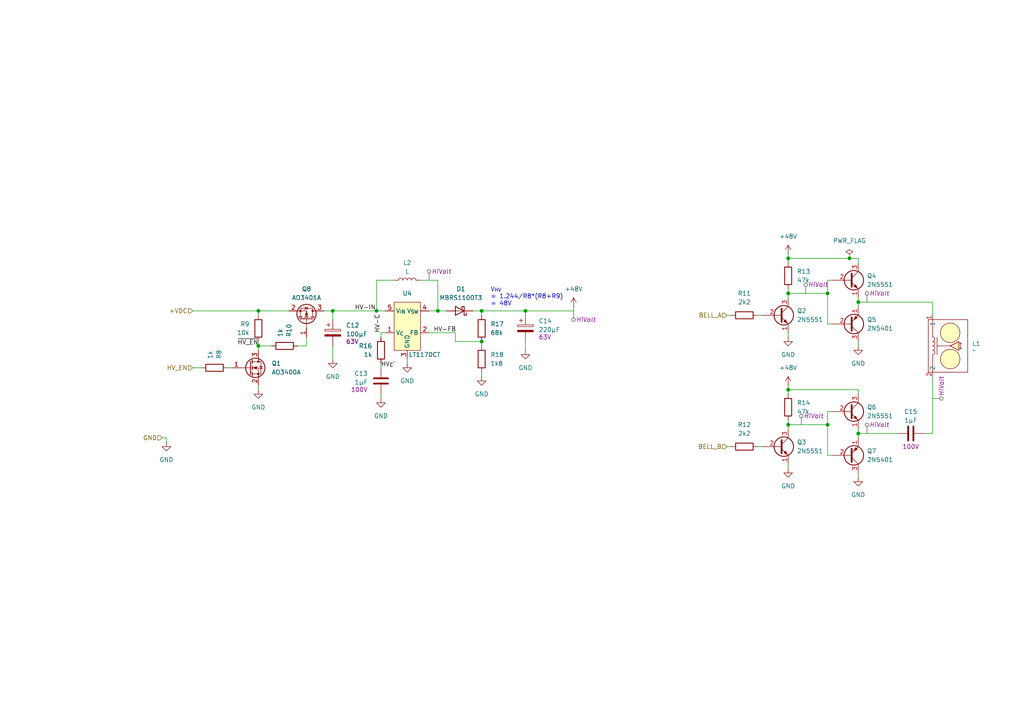
<source format=kicad_sch>
(kicad_sch (version 20231120) (generator "eeschema") (generator_version "8.0")
  (paper "A4")
  (title_block (title "${title}") (date "01.11.2024") (rev "${revision}") (company "author: ${author}"))
  (lib_symbols
    (symbol "Device:C" (pin_numbers hide) (pin_names (offset 0.254))
      (property "Reference" "C" (at 0.635 2.54 0))
      (property "Value" "C" (at 0.635 -2.54 0))
      (symbol "C_0_1"
        (polyline (pts (xy -2.032 -0.762) (xy 2.032 -0.762)) (stroke (width 0.508)))
        (polyline (pts (xy -2.032 0.762) (xy 2.032 0.762)) (stroke (width 0.508)))
      )
      (symbol "C_1_1"
        (pin passive line (at 0 3.81 270) (length 2.794) (name "~") (number "1"))
        (pin passive line (at 0 -3.81 90) (length 2.794) (name "~") (number "2"))
      )
    )
    (symbol "Device:C_Polarized" (pin_numbers hide) (pin_names (offset 0.254))
      (property "Reference" "C" (at 0.635 2.54 0))
      (property "Value" "C_Polarized" (at 0.635 -2.54 0))
      (symbol "C_Polarized_0_1"
        (rectangle (start -2.286 0.508) (end 2.286 1.016))
        (polyline (pts (xy -1.778 2.286) (xy -0.762 2.286)))
        (polyline (pts (xy -1.27 2.794) (xy -1.27 1.778)))
        (rectangle (start 2.286 -0.508) (end -2.286 -1.016) (fill (type outline)))
      )
      (symbol "C_Polarized_1_1"
        (pin passive line (at 0 3.81 270) (length 2.794) (name "~") (number "1"))
        (pin passive line (at 0 -3.81 90) (length 2.794) (name "~") (number "2"))
      )
    )
    (symbol "Device:D_Schottky" (pin_numbers hide) (pin_names (offset 1.016) hide)
      (property "Reference" "D" (at 0 2.54 0))
      (property "Value" "D_Schottky" (at 0 -2.54 0))
      (symbol "D_Schottky_0_1"
        (polyline (pts (xy 1.27 0) (xy -1.27 0)))
        (polyline (pts (xy 1.27 1.27) (xy 1.27 -1.27) (xy -1.27 0) (xy 1.27 1.27)) (stroke (width 0.254)))
        (polyline (pts (xy -1.905 0.635) (xy -1.905 1.27) (xy -1.27 1.27) (xy -1.27 -1.27) (xy -0.635 -1.27) (xy -0.635 -0.635)) (stroke (width 0.254)))
      )
      (symbol "D_Schottky_1_1"
        (pin passive line (at -3.81 0 0) (length 2.54) (name "K") (number "1"))
        (pin passive line (at 3.81 0 180) (length 2.54) (name "A") (number "2"))
      )
    )
    (symbol "Device:L" (pin_numbers hide) (pin_names (offset 1.016) hide)
      (property "Reference" "L" (at -1.27 0 90))
      (property "Value" "L" (at 1.905 0 90))
      (symbol "L_0_1"
        (arc (start 0 -2.54) (mid 0.6323 -1.905) (end 0 -1.27))
        (arc (start 0 -1.27) (mid 0.6323 -0.635) (end 0 0))
        (arc (start 0 0) (mid 0.6323 0.635) (end 0 1.27))
        (arc (start 0 1.27) (mid 0.6323 1.905) (end 0 2.54))
      )
      (symbol "L_1_1"
        (pin passive line (at 0 3.81 270) (length 1.27) (name "1") (number "1"))
        (pin passive line (at 0 -3.81 90) (length 1.27) (name "2") (number "2"))
      )
    )
    (symbol "Device:Q_NPN_EBC" (pin_names (offset 0) hide)
      (property "Reference" "Q" (at 5.08 1.27 0))
      (property "Value" "Q_NPN_EBC" (at 5.08 -1.27 0))
      (symbol "Q_NPN_EBC_0_1"
        (polyline (pts (xy 0.635 0.635) (xy 2.54 2.54)))
        (polyline (pts (xy 0.635 -0.635) (xy 2.54 -2.54) (xy 2.54 -2.54)))
        (polyline (pts (xy 0.635 1.905) (xy 0.635 -1.905) (xy 0.635 -1.905)) (stroke (width 0.508)))
        (polyline (pts (xy 1.27 -1.778) (xy 1.778 -1.27) (xy 2.286 -2.286) (xy 1.27 -1.778) (xy 1.27 -1.778)) (fill (type outline)))
        (circle (center 1.27 0) (radius 2.8194) (stroke (width 0.254)))
      )
      (symbol "Q_NPN_EBC_1_1"
        (pin passive line (at 2.54 -5.08 90) (length 2.54) (name "E") (number "1"))
        (pin passive line (at -5.08 0 0) (length 5.715) (name "B") (number "2"))
        (pin passive line (at 2.54 5.08 270) (length 2.54) (name "C") (number "3"))
      )
    )
    (symbol "Device:Q_PNP_EBC" (pin_names (offset 0) hide)
      (property "Reference" "Q" (at 5.08 1.27 0))
      (property "Value" "Q_PNP_EBC" (at 5.08 -1.27 0))
      (symbol "Q_PNP_EBC_0_1"
        (polyline (pts (xy 0.635 0.635) (xy 2.54 2.54)))
        (polyline (pts (xy 0.635 -0.635) (xy 2.54 -2.54) (xy 2.54 -2.54)))
        (polyline (pts (xy 0.635 1.905) (xy 0.635 -1.905) (xy 0.635 -1.905)) (stroke (width 0.508)))
        (polyline (pts (xy 2.286 -1.778) (xy 1.778 -2.286) (xy 1.27 -1.27) (xy 2.286 -1.778) (xy 2.286 -1.778)) (fill (type outline)))
        (circle (center 1.27 0) (radius 2.8194) (stroke (width 0.254)))
      )
      (symbol "Q_PNP_EBC_1_1"
        (pin passive line (at 2.54 -5.08 90) (length 2.54) (name "E") (number "1"))
        (pin input line (at -5.08 0 0) (length 5.715) (name "B") (number "2"))
        (pin passive line (at 2.54 5.08 270) (length 2.54) (name "C") (number "3"))
      )
    )
    (symbol "Device:R" (pin_numbers hide) (pin_names (offset 0))
      (property "Reference" "R" (at 2.032 0 90))
      (property "Value" "R" (at 0 0 90))
      (symbol "R_0_1"
        (rectangle (start -1.016 -2.54) (end 1.016 2.54) (stroke (width 0.254)))
      )
      (symbol "R_1_1"
        (pin passive line (at 0 3.81 270) (length 1.27) (name "~") (number "1"))
        (pin passive line (at 0 -3.81 90) (length 1.27) (name "~") (number "2"))
      )
    )
    (symbol "FeWAp:LT1171HV"
      (property "Reference" "U" (at 0 3.81 0))
      (symbol "LT1171HV_1_1"
        (rectangle (start -3.81 2.54) (end 3.81 -11.43) (fill (type background)))
        (pin input line (at -6.35 -6.35 0) (length 2.54) (name "V_{C}") (number "1"))
        (pin input line (at 6.35 -6.35 180) (length 2.54) (name "FB") (number "2"))
        (pin input line (at 0 -13.97 90) (length 2.54) (name "GND") (number "3"))
        (pin input line (at 6.35 0 180) (length 2.54) (name "V_{SW}") (number "4"))
        (pin input line (at -6.35 0 0) (length 2.54) (name "V_{IN}") (number "5"))
      )
    )
    (symbol "FeWAp:Zweischalenklingel"
      (property "Reference" "L" (at -2.54 0 90))
      (symbol "Zweischalenklingel_0_1"
        (arc (start 0 -2.54) (mid 0.6323 -1.905) (end 0 -1.27))
        (arc (start 0 -1.27) (mid 0.6323 -0.635) (end 0 0))
        (polyline (pts (xy 1.27 2.54) (xy 1.27 -2.54)))
        (polyline (pts (xy 1.27 0) (xy 5.08 0) (xy 7.62 1.27) (xy 7.62 -1.27) (xy 5.08 0)))
        (arc (start 0 0) (mid 0.6323 0.635) (end 0 1.27))
        (arc (start 0 1.27) (mid 0.6323 1.905) (end 0 2.54))
      )
      (symbol "Zweischalenklingel_1_1"
        (rectangle (start -1.27 7.62) (end 10.16 -7.62))
        (polyline (pts (xy 0 -2.54) (xy 0 -7.62)) (fill (type background)))
        (polyline (pts (xy 0 7.62) (xy 0 2.54)) (fill (type background)))
        (polyline (pts (xy 5.08 0) (xy 7.62 1.27) (xy 7.62 -1.27) (xy 5.08 0)) (fill (type background)))
        (polyline (pts (xy 8.128 -0.889) (xy 8.128 -0.889) (xy 7.874 -0.635) (xy 8.128 -0.889) (xy 8.382 -0.635) (xy 8.128 -0.889) (xy 8.128 0.889) (xy 7.874 0.635) (xy 8.128 0.889) (xy 8.382 0.635) (xy 8.128 0.889)))
        (circle (center 5.08 -3.81) (radius 2.8398) (fill (type background)))
        (circle (center 5.08 3.81) (radius 2.8398) (fill (type background)))
        (pin passive line (at 0 8.89 270) (length 1.27) (name "1") (number "1"))
        (pin passive line (at 0 -8.89 90) (length 1.27) (name "2") (number "2"))
      )
    )
    (symbol "Transistor_FET:AO3400A" (pin_names hide)
      (property "Reference" "Q" (at 5.08 1.905 0))
      (property "Value" "AO3400A" (at 5.08 0 0))
      (symbol "AO3400A_0_1"
        (polyline (pts (xy 0.254 0) (xy -2.54 0)))
        (polyline (pts (xy 0.254 1.905) (xy 0.254 -1.905)) (stroke (width 0.254)))
        (polyline (pts (xy 0.762 -1.27) (xy 0.762 -2.286)) (stroke (width 0.254)))
        (polyline (pts (xy 0.762 0.508) (xy 0.762 -0.508)) (stroke (width 0.254)))
        (polyline (pts (xy 0.762 2.286) (xy 0.762 1.27)) (stroke (width 0.254)))
        (polyline (pts (xy 2.54 2.54) (xy 2.54 1.778)))
        (polyline (pts (xy 2.54 -2.54) (xy 2.54 0) (xy 0.762 0)))
        (polyline (pts (xy 0.762 -1.778) (xy 3.302 -1.778) (xy 3.302 1.778) (xy 0.762 1.778)))
        (polyline (pts (xy 1.016 0) (xy 2.032 0.381) (xy 2.032 -0.381) (xy 1.016 0)) (fill (type outline)))
        (polyline (pts (xy 2.794 0.508) (xy 2.921 0.381) (xy 3.683 0.381) (xy 3.81 0.254)))
        (polyline (pts (xy 3.302 0.381) (xy 2.921 -0.254) (xy 3.683 -0.254) (xy 3.302 0.381)))
        (circle (center 1.651 0) (radius 2.794) (stroke (width 0.254)))
        (circle (center 2.54 -1.778) (radius 0.254) (fill (type outline)))
        (circle (center 2.54 1.778) (radius 0.254) (fill (type outline)))
      )
      (symbol "AO3400A_1_1"
        (pin input line (at -5.08 0 0) (length 2.54) (name "G") (number "1"))
        (pin passive line (at 2.54 -5.08 90) (length 2.54) (name "S") (number "2"))
        (pin passive line (at 2.54 5.08 270) (length 2.54) (name "D") (number "3"))
      )
    )
    (symbol "Transistor_FET:AO3401A" (pin_names hide)
      (property "Reference" "Q" (at 5.08 1.905 0))
      (property "Value" "AO3401A" (at 5.08 0 0))
      (symbol "AO3401A_0_1"
        (polyline (pts (xy 0.254 0) (xy -2.54 0)))
        (polyline (pts (xy 0.254 1.905) (xy 0.254 -1.905)) (stroke (width 0.254)))
        (polyline (pts (xy 0.762 -1.27) (xy 0.762 -2.286)) (stroke (width 0.254)))
        (polyline (pts (xy 0.762 0.508) (xy 0.762 -0.508)) (stroke (width 0.254)))
        (polyline (pts (xy 0.762 2.286) (xy 0.762 1.27)) (stroke (width 0.254)))
        (polyline (pts (xy 2.54 2.54) (xy 2.54 1.778)))
        (polyline (pts (xy 2.54 -2.54) (xy 2.54 0) (xy 0.762 0)))
        (polyline (pts (xy 0.762 1.778) (xy 3.302 1.778) (xy 3.302 -1.778) (xy 0.762 -1.778)))
        (polyline (pts (xy 2.286 0) (xy 1.27 0.381) (xy 1.27 -0.381) (xy 2.286 0)) (fill (type outline)))
        (polyline (pts (xy 2.794 -0.508) (xy 2.921 -0.381) (xy 3.683 -0.381) (xy 3.81 -0.254)))
        (polyline (pts (xy 3.302 -0.381) (xy 2.921 0.254) (xy 3.683 0.254) (xy 3.302 -0.381)))
        (circle (center 1.651 0) (radius 2.794) (stroke (width 0.254)))
        (circle (center 2.54 -1.778) (radius 0.254) (fill (type outline)))
        (circle (center 2.54 1.778) (radius 0.254) (fill (type outline)))
      )
      (symbol "AO3401A_1_1"
        (pin input line (at -5.08 0 0) (length 2.54) (name "G") (number "1"))
        (pin passive line (at 2.54 -5.08 90) (length 2.54) (name "S") (number "2"))
        (pin passive line (at 2.54 5.08 270) (length 2.54) (name "D") (number "3"))
      )
    )
    (symbol "power:+48V" (power) (pin_numbers hide) (pin_names (offset 0) hide)
      (property "Value" "+48V" (at 0 3.556 0))
      (symbol "+48V_0_1"
        (polyline (pts (xy -0.762 1.27) (xy 0 2.54)))
        (polyline (pts (xy 0 0) (xy 0 2.54)))
        (polyline (pts (xy 0 2.54) (xy 0.762 1.27)))
      )
      (symbol "+48V_1_1"
        (pin power_in line (at 0 0 90) (length 0) (name "~") (number "1"))
      )
    )
    (symbol "power:GND" (power) (pin_numbers hide) (pin_names (offset 0) hide)
      (property "Value" "GND" (at 0 -3.81 0))
      (symbol "GND_0_1"
        (polyline (pts (xy 0 0) (xy 0 -1.27) (xy 1.27 -1.27) (xy 0 -2.54) (xy -1.27 -1.27) (xy 0 -1.27)))
      )
      (symbol "GND_1_1"
        (pin power_in line (at 0 0 270) (length 0) (name "~") (number "1"))
      )
    )
    (symbol "power:PWR_FLAG" (power) (pin_numbers hide) (pin_names (offset 0) hide)
      (property "Value" "PWR_FLAG" (at 0 3.81 0))
      (symbol "PWR_FLAG_0_0"
        (pin power_out line (at 0 0 90) (length 0) (name "~") (number "1"))
      )
      (symbol "PWR_FLAG_0_1"
        (polyline (pts (xy 0 0) (xy 0 1.27) (xy -1.016 1.905) (xy 0 2.54) (xy 1.016 1.905) (xy 0 1.27)))
      )
    )
  )
  (junction (at 228.6 113.03))
  (junction (at 240.03 123.19))
  (junction (at 109.22 90.17))
  (junction (at 139.7 99.06))
  (junction (at 96.52 90.17))
  (junction (at 139.7 90.17))
  (junction (at 74.93 90.17))
  (junction (at 228.6 123.19))
  (junction (at 246.38 74.93))
  (junction (at 74.93 100.33))
  (junction (at 228.6 85.09))
  (junction (at 248.92 87.63))
  (junction (at 228.6 74.93))
  (junction (at 152.4 90.17))
  (junction (at 127 90.17))
  (junction (at 240.03 85.09))
  (junction (at 248.92 125.73))
  (wire (pts (xy 67.31 106.68) (xy 66.04 106.68)))
  (wire (pts (xy 210.82 91.44) (xy 212.09 91.44)))
  (wire (pts (xy 83.82 90.17) (xy 74.93 90.17)))
  (wire (pts (xy 228.6 85.09) (xy 228.6 86.36)))
  (wire (pts (xy 109.22 81.28) (xy 114.3 81.28)))
  (wire (pts (xy 111.76 96.52) (xy 110.49 96.52)))
  (wire (pts (xy 132.08 99.06) (xy 139.7 99.06)))
  (wire (pts (xy 127 81.28) (xy 127 90.17)))
  (wire (pts (xy 228.6 123.19) (xy 240.03 123.19)))
  (wire (pts (xy 248.92 87.63) (xy 248.92 88.9)))
  (wire (pts (xy 88.9 100.33) (xy 88.9 97.79)))
  (wire (pts (xy 74.93 100.33) (xy 74.93 101.6)))
  (wire (pts (xy 240.03 119.38) (xy 241.3 119.38)))
  (wire (pts (xy 152.4 90.17) (xy 166.37 90.17)))
  (wire (pts (xy 139.7 99.06) (xy 139.7 100.33)))
  (wire (pts (xy 248.92 113.03) (xy 228.6 113.03)))
  (wire (pts (xy 110.49 96.52) (xy 110.49 97.79)))
  (wire (pts (xy 74.93 100.33) (xy 78.74 100.33)))
  (wire (pts (xy 248.92 114.3) (xy 248.92 113.03)))
  (wire (pts (xy 240.03 132.08) (xy 240.03 123.19)))
  (wire (pts (xy 228.6 96.52) (xy 228.6 97.79)))
  (wire (pts (xy 248.92 137.16) (xy 248.92 138.43)))
  (wire (pts (xy 228.6 123.19) (xy 228.6 124.46)))
  (wire (pts (xy 46.99 127) (xy 48.26 127)))
  (wire (pts (xy 248.92 125.73) (xy 260.35 125.73)))
  (wire (pts (xy 166.37 88.9) (xy 166.37 90.17)))
  (wire (pts (xy 58.42 106.68) (xy 55.88 106.68)))
  (wire (pts (xy 74.93 90.17) (xy 74.93 91.44)))
  (wire (pts (xy 270.51 109.22) (xy 270.51 125.73)))
  (wire (pts (xy 74.93 99.06) (xy 74.93 100.33)))
  (wire (pts (xy 241.3 132.08) (xy 240.03 132.08)))
  (wire (pts (xy 248.92 74.93) (xy 246.38 74.93)))
  (wire (pts (xy 228.6 134.62) (xy 228.6 135.89)))
  (wire (pts (xy 228.6 111.76) (xy 228.6 113.03)))
  (wire (pts (xy 132.08 96.52) (xy 132.08 99.06)))
  (wire (pts (xy 228.6 73.66) (xy 228.6 74.93)))
  (wire (pts (xy 124.46 96.52) (xy 132.08 96.52)))
  (wire (pts (xy 246.38 74.93) (xy 228.6 74.93)))
  (wire (pts (xy 139.7 90.17) (xy 139.7 91.44)))
  (wire (pts (xy 228.6 113.03) (xy 228.6 114.3)))
  (wire (pts (xy 152.4 90.17) (xy 152.4 91.44)))
  (wire (pts (xy 48.26 127) (xy 48.26 128.27)))
  (wire (pts (xy 240.03 119.38) (xy 240.03 123.19)))
  (wire (pts (xy 137.16 90.17) (xy 139.7 90.17)))
  (wire (pts (xy 219.71 129.54) (xy 220.98 129.54)))
  (wire (pts (xy 109.22 81.28) (xy 109.22 90.17)))
  (wire (pts (xy 74.93 90.17) (xy 55.88 90.17)))
  (wire (pts (xy 96.52 90.17) (xy 96.52 92.71)))
  (wire (pts (xy 228.6 85.09) (xy 240.03 85.09)))
  (wire (pts (xy 74.93 111.76) (xy 74.93 113.03)))
  (wire (pts (xy 152.4 99.06) (xy 152.4 101.6)))
  (wire (pts (xy 240.03 81.28) (xy 241.3 81.28)))
  (wire (pts (xy 248.92 76.2) (xy 248.92 74.93)))
  (wire (pts (xy 110.49 105.41) (xy 110.49 106.68)))
  (wire (pts (xy 248.92 86.36) (xy 248.92 87.63)))
  (wire (pts (xy 228.6 121.92) (xy 228.6 123.19)))
  (wire (pts (xy 121.92 81.28) (xy 127 81.28)))
  (wire (pts (xy 240.03 93.98) (xy 240.03 85.09)))
  (wire (pts (xy 228.6 83.82) (xy 228.6 85.09)))
  (wire (pts (xy 267.97 125.73) (xy 270.51 125.73)))
  (wire (pts (xy 110.49 114.3) (xy 110.49 115.57)))
  (wire (pts (xy 248.92 100.33) (xy 248.92 99.06)))
  (wire (pts (xy 86.36 100.33) (xy 88.9 100.33)))
  (wire (pts (xy 127 90.17) (xy 124.46 90.17)))
  (wire (pts (xy 139.7 107.95) (xy 139.7 109.22)))
  (wire (pts (xy 210.82 129.54) (xy 212.09 129.54)))
  (wire (pts (xy 240.03 81.28) (xy 240.03 85.09)))
  (wire (pts (xy 93.98 90.17) (xy 96.52 90.17)))
  (wire (pts (xy 248.92 125.73) (xy 248.92 127)))
  (wire (pts (xy 248.92 87.63) (xy 270.51 87.63)))
  (wire (pts (xy 129.54 90.17) (xy 127 90.17)))
  (wire (pts (xy 228.6 74.93) (xy 228.6 76.2)))
  (wire (pts (xy 96.52 100.33) (xy 96.52 104.14)))
  (wire (pts (xy 118.11 104.14) (xy 118.11 105.41)))
  (wire (pts (xy 241.3 93.98) (xy 240.03 93.98)))
  (wire (pts (xy 96.52 90.17) (xy 109.22 90.17)))
  (wire (pts (xy 219.71 91.44) (xy 220.98 91.44)))
  (wire (pts (xy 248.92 124.46) (xy 248.92 125.73)))
  (wire (pts (xy 270.51 87.63) (xy 270.51 91.44)))
  (wire (pts (xy 109.22 90.17) (xy 111.76 90.17)))
  (wire (pts (xy 139.7 90.17) (xy 152.4 90.17)))
  (text "V_{HV} \n= 1.244/R8*(R8+R9) \n= 48V" (at 142.24 88.9 0) (effects (font (size 1.27 1.27)) (justify left bottom)))
  (label "HV-IN" (at 102.87 90.17 0))
  (label "~{HV_EN}" (at 74.93 100.33 180))
  (label "HV-FB" (at 125.73 96.52 0))
  (label "HV_{C}'" (at 110.49 106.68 0))
  (label "HV-C" (at 110.49 96.52 90))
  (hierarchical_label "+VDC" (shape input) (at 55.88 90.17 180))
  (hierarchical_label "BELL_B" (shape input) (at 210.82 129.54 180))
  (hierarchical_label "HV_EN" (shape input) (at 55.88 106.68 180))
  (hierarchical_label "GND" (shape input) (at 46.99 127 180))
  (hierarchical_label "BELL_A" (shape input) (at 210.82 91.44 180))
  (netclass_flag "" (length 2.54) (shape round) (at 232.41 123.19 0) (property "Netclass" "HiVolt" (at 233.1085 120.65 0) (effects (font (italic yes)) (justify left))))
  (netclass_flag "" (length 2.54) (shape round) (at 251.46 125.73 0) (property "Netclass" "HiVolt" (at 252.1585 123.19 0) (effects (font (italic yes)) (justify left))))
  (netclass_flag "" (length 2.54) (shape round) (at 166.37 90.17 180) (property "Netclass" "HiVolt" (at 167.0685 92.71 0) (effects (font (italic yes)) (justify left))))
  (netclass_flag "" (length 2.54) (shape round) (at 124.46 81.28 0) (property "Netclass" "HiVolt" (at 125.1585 78.74 0) (effects (font (italic yes)) (justify left))))
  (netclass_flag "" (length 2.54) (shape round) (at 251.46 87.63 0) (property "Netclass" "HiVolt" (at 252.1585 85.09 0) (effects (font (italic yes)) (justify left))))
  (netclass_flag "" (length 2.54) (shape round) (at 233.68 85.09 0) (property "Netclass" "HiVolt" (at 234.3785 82.55 0) (effects (font (italic yes)) (justify left))))
  (netclass_flag "" (length 2.54) (shape round) (at 270.51 115.57 270) (property "Netclass" "HiVolt" (at 273.05 114.8715 90) (effects (font (italic yes)) (justify left))))
  (symbol (lib_id "Device:C") (at 264.16 125.73 90) (unit 1)
    (property "Reference" "C15" (at 264.16 119.38 90))
    (property "Value" "1µF" (at 264.16 121.92 90))
    (property "Footprint" "Capacitor_THT:C_Rect_L18.0mm_W8.0mm_P15.00mm_FKS3_FKP3" (effects (hide yes)))
    (property "Voltage" "100V" (at 264.16 129.54 90))
  )
  (symbol (lib_id "power:GND") (at 74.93 113.03 0) (unit 1)
    (property "Reference" "#PWR018" (effects (hide yes)))
    (property "Value" "GND" (at 74.93 118.11 0))
    (property "Description" "Power symbol creates a global label with name \"GND\" , ground" (effects (hide yes)))
  )
  (symbol (lib_id "power:GND") (at 118.11 105.41 0) (unit 1)
    (property "Reference" "#PWR021" (effects (hide yes)))
    (property "Value" "GND" (at 118.11 110.49 0))
    (property "Description" "Power symbol creates a global label with name \"GND\" , ground" (effects (hide yes)))
  )
  (symbol (lib_id "Transistor_FET:AO3401A") (at 88.9 92.71 270) (mirror x) (unit 1)
    (property "Reference" "Q8" (at 88.9 83.82 90))
    (property "Value" "AO3401A" (at 88.9 86.36 90))
    (property "Footprint" "Package_TO_SOT_SMD:SOT-23" (effects (hide yes)))
    (property "Datasheet" "http://www.aosmd.com/pdfs/datasheet/AO3401A.pdf" (effects (hide yes)))
    (property "Description" "-4.0A Id, -30V Vds, P-Channel MOSFET, SOT-23" (effects (hide yes)))
  )
  (symbol (lib_id "Device:Q_NPN_EBC") (at 226.06 129.54 0) (unit 1)
    (property "Reference" "Q3" (at 231.14 128.27 0) (effects (justify left)))
    (property "Value" "2N5551" (at 231.14 130.81 0) (effects (justify left)))
    (property "Footprint" "Package_TO_SOT_THT:TO-92_HandSolder" (effects (hide yes)))
  )
  (symbol (lib_id "power:GND") (at 228.6 135.89 0) (unit 1)
    (property "Reference" "#PWR027" (effects (hide yes)))
    (property "Value" "GND" (at 228.6 140.97 0))
    (property "Description" "Power symbol creates a global label with name \"GND\" , ground" (effects (hide yes)))
  )
  (symbol (lib_id "Transistor_FET:AO3400A") (at 72.39 106.68 0) (unit 1)
    (property "Reference" "Q1" (at 78.74 105.41 0) (effects (justify left)))
    (property "Value" "AO3400A" (at 78.74 107.95 0) (effects (justify left)))
    (property "Footprint" "Package_TO_SOT_SMD:SOT-23" (effects (hide yes)))
    (property "Datasheet" "http://www.aosmd.com/pdfs/datasheet/AO3400A.pdf" (effects (hide yes)))
    (property "Description" "30V Vds, 5.7A Id, N-Channel MOSFET, SOT-23" (effects (hide yes)))
  )
  (symbol (lib_id "Device:C_Polarized") (at 152.4 95.25 0) (unit 1)
    (property "Reference" "C14" (at 156.21 93.091 0) (effects (justify left)))
    (property "Value" "220µF" (at 156.21 95.631 0) (effects (justify left)))
    (property "Footprint" "Capacitor_THT:CP_Radial_D10.0mm_P5.00mm" (effects (hide yes)))
    (property "Voltage" "63V" (at 156.21 97.79 0) (effects (justify left)))
  )
  (symbol (lib_id "Device:L") (at 118.11 81.28 90) (unit 1)
    (property "Reference" "L2" (at 118.11 76.2 90))
    (property "Value" "L" (at 118.11 78.74 90))
    (property "Footprint" "Inductor_THT:L_Radial_D12.5mm_P7.00mm_Fastron_09HCP" (effects (hide yes)))
  )
  (symbol (lib_id "Device:R") (at 110.49 101.6 0) (mirror x) (unit 1)
    (property "Reference" "R16" (at 107.95 100.33 0) (effects (justify right)))
    (property "Value" "1k" (at 107.95 102.87 0) (effects (justify right)))
    (property "Footprint" "Resistor_SMD:R_0603_1608Metric" (effects (hide yes)))
  )
  (symbol (lib_id "Device:R") (at 228.6 80.01 0) (unit 1)
    (property "Reference" "R13" (at 231.14 78.74 0) (effects (justify left)))
    (property "Value" "47k" (at 231.14 81.28 0) (effects (justify left)))
    (property "Footprint" "Resistor_SMD:R_0603_1608Metric" (effects (hide yes)))
  )
  (symbol (lib_id "Device:C_Polarized") (at 96.52 96.52 0) (unit 1)
    (property "Reference" "C12" (at 100.33 94.361 0) (effects (justify left)))
    (property "Value" "100µF" (at 100.33 96.901 0) (effects (justify left)))
    (property "Footprint" "Capacitor_THT:CP_Radial_D10.0mm_P5.00mm" (effects (hide yes)))
    (property "Voltage" "63V" (at 100.33 99.06 0) (effects (justify left)))
  )
  (symbol (lib_id "power:GND") (at 248.92 100.33 0) (unit 1)
    (property "Reference" "#PWR028" (effects (hide yes)))
    (property "Value" "GND" (at 248.92 105.41 0))
    (property "Description" "Power symbol creates a global label with name \"GND\" , ground" (effects (hide yes)))
  )
  (symbol (lib_id "Device:R") (at 215.9 129.54 270) (unit 1)
    (property "Reference" "R12" (at 215.9 123.19 90))
    (property "Value" "2k2" (at 215.9 125.73 90))
    (property "Footprint" "Resistor_SMD:R_0603_1608Metric" (effects (hide yes)))
  )
  (symbol (lib_id "Device:Q_NPN_EBC") (at 246.38 119.38 0) (unit 1)
    (property "Reference" "Q6" (at 251.46 118.11 0) (effects (justify left)))
    (property "Value" "2N5551" (at 251.46 120.65 0) (effects (justify left)))
    (property "Footprint" "Package_TO_SOT_THT:TO-92_HandSolder" (effects (hide yes)))
  )
  (symbol (lib_id "Device:D_Schottky") (at 133.35 90.17 180) (unit 1)
    (property "Reference" "D1" (at 133.6675 83.82 0))
    (property "Value" "MBRS1100T3" (at 133.6675 86.36 0))
    (property "Footprint" "Diode_SMD:D_SMB_Handsoldering" (effects (hide yes)))
  )
  (symbol (lib_id "power:+48V") (at 228.6 111.76 0) (unit 1)
    (property "Reference" "#PWR026" (effects (hide yes)))
    (property "Value" "+48V" (at 228.6 106.68 0))
    (property "Description" "Power symbol creates a global label with name \"+48V\"" (effects (hide yes)))
  )
  (symbol (lib_id "power:GND") (at 228.6 97.79 0) (unit 1)
    (property "Reference" "#PWR025" (effects (hide yes)))
    (property "Value" "GND" (at 228.6 102.87 0))
    (property "Description" "Power symbol creates a global label with name \"GND\" , ground" (effects (hide yes)))
  )
  (symbol (lib_id "Device:Q_PNP_EBC") (at 246.38 93.98 0) (mirror x) (unit 1)
    (property "Reference" "Q5" (at 251.46 92.71 0) (effects (justify left)))
    (property "Value" "2N5401" (at 251.46 95.25 0) (effects (justify left)))
    (property "Footprint" "Package_TO_SOT_THT:TO-92_HandSolder" (effects (hide yes)))
  )
  (symbol (lib_id "power:GND") (at 139.7 109.22 0) (unit 1)
    (property "Reference" "#PWR022" (effects (hide yes)))
    (property "Value" "GND" (at 139.7 114.3 0))
    (property "Description" "Power symbol creates a global label with name \"GND\" , ground" (effects (hide yes)))
  )
  (symbol (lib_id "Device:R") (at 74.93 95.25 0) (mirror x) (unit 1)
    (property "Reference" "R9" (at 72.39 93.98 0) (effects (justify right)))
    (property "Value" "10k" (at 72.39 96.52 0) (effects (justify right)))
    (property "Footprint" "Resistor_SMD:R_0603_1608Metric" (effects (hide yes)))
  )
  (symbol (lib_id "Device:R") (at 228.6 118.11 0) (unit 1)
    (property "Reference" "R14" (at 231.14 116.84 0) (effects (justify left)))
    (property "Value" "47k" (at 231.14 119.38 0) (effects (justify left)))
    (property "Footprint" "Resistor_SMD:R_0603_1608Metric" (effects (hide yes)))
  )
  (symbol (lib_id "Device:R") (at 62.23 106.68 90) (mirror x) (unit 1)
    (property "Reference" "R8" (at 63.5 104.14 0) (effects (justify right)))
    (property "Value" "1k" (at 60.96 104.14 0) (effects (justify right)))
    (property "Footprint" "Resistor_SMD:R_0603_1608Metric" (effects (hide yes)))
  )
  (symbol (lib_id "Device:R") (at 82.55 100.33 90) (mirror x) (unit 1)
    (property "Reference" "R10" (at 83.82 97.79 0) (effects (justify right)))
    (property "Value" "1k" (at 81.28 97.79 0) (effects (justify right)))
    (property "Footprint" "Resistor_SMD:R_0603_1608Metric" (effects (hide yes)))
  )
  (symbol (lib_id "FeWAp:Zweischalenklingel") (at 270.51 100.33 0) (unit 1)
    (property "Reference" "L1" (at 281.94 99.6949 0) (effects (justify left)))
    (property "Value" "~" (at 281.94 101.6 0) (effects (justify left)))
    (property "Footprint" "FeWAp:CONN_01x02_vertical_mod" (effects (hide yes)))
  )
  (symbol (lib_id "Device:Q_PNP_EBC") (at 246.38 132.08 0) (mirror x) (unit 1)
    (property "Reference" "Q7" (at 251.46 130.81 0) (effects (justify left)))
    (property "Value" "2N5401" (at 251.46 133.35 0) (effects (justify left)))
    (property "Footprint" "Package_TO_SOT_THT:TO-92_HandSolder" (effects (hide yes)))
  )
  (symbol (lib_id "Device:Q_NPN_EBC") (at 226.06 91.44 0) (unit 1)
    (property "Reference" "Q2" (at 231.14 90.17 0) (effects (justify left)))
    (property "Value" "2N5551" (at 231.14 92.71 0) (effects (justify left)))
    (property "Footprint" "Package_TO_SOT_THT:TO-92_HandSolder" (effects (hide yes)))
  )
  (symbol (lib_id "Device:R") (at 139.7 104.14 180) (unit 1)
    (property "Reference" "R18" (at 142.24 102.87 0) (effects (justify right)))
    (property "Value" "1k8" (at 142.24 105.41 0) (effects (justify right)))
    (property "Footprint" "Resistor_SMD:R_0603_1608Metric" (effects (hide yes)))
  )
  (symbol (lib_id "power:+48V") (at 166.37 88.9 0) (unit 1)
    (property "Reference" "#PWR031" (effects (hide yes)))
    (property "Value" "+48V" (at 166.37 83.82 0))
    (property "Description" "Power symbol creates a global label with name \"+48V\"" (effects (hide yes)))
  )
  (symbol (lib_id "Device:R") (at 139.7 95.25 180) (unit 1)
    (property "Reference" "R17" (at 142.24 93.98 0) (effects (justify right)))
    (property "Value" "68k" (at 142.24 96.52 0) (effects (justify right)))
    (property "Footprint" "Resistor_SMD:R_0603_1608Metric" (effects (hide yes)))
  )
  (symbol (lib_id "power:+48V") (at 228.6 73.66 0) (unit 1)
    (property "Reference" "#PWR024" (effects (hide yes)))
    (property "Value" "+48V" (at 228.6 68.58 0))
    (property "Description" "Power symbol creates a global label with name \"+48V\"" (effects (hide yes)))
  )
  (symbol (lib_id "power:GND") (at 248.92 138.43 0) (unit 1)
    (property "Reference" "#PWR029" (effects (hide yes)))
    (property "Value" "GND" (at 248.92 143.51 0))
    (property "Description" "Power symbol creates a global label with name \"GND\" , ground" (effects (hide yes)))
  )
  (symbol (lib_id "Device:R") (at 215.9 91.44 270) (unit 1)
    (property "Reference" "R11" (at 215.9 85.09 90))
    (property "Value" "2k2" (at 215.9 87.63 90))
    (property "Footprint" "Resistor_SMD:R_0603_1608Metric" (effects (hide yes)))
  )
  (symbol (lib_id "power:GND") (at 152.4 101.6 0) (unit 1)
    (property "Reference" "#PWR023" (effects (hide yes)))
    (property "Value" "GND" (at 152.4 106.68 0))
    (property "Description" "Power symbol creates a global label with name \"GND\" , ground" (effects (hide yes)))
  )
  (symbol (lib_id "power:GND") (at 96.52 104.14 0) (unit 1)
    (property "Reference" "#PWR019" (effects (hide yes)))
    (property "Value" "GND" (at 96.52 109.22 0))
    (property "Description" "Power symbol creates a global label with name \"GND\" , ground" (effects (hide yes)))
  )
  (symbol (lib_id "power:GND") (at 110.49 115.57 0) (unit 1)
    (property "Reference" "#PWR020" (effects (hide yes)))
    (property "Value" "GND" (at 110.49 120.65 0))
    (property "Description" "Power symbol creates a global label with name \"GND\" , ground" (effects (hide yes)))
  )
  (symbol (lib_id "Device:Q_NPN_EBC") (at 246.38 81.28 0) (unit 1)
    (property "Reference" "Q4" (at 251.46 80.01 0) (effects (justify left)))
    (property "Value" "2N5551" (at 251.46 82.55 0) (effects (justify left)))
    (property "Footprint" "Package_TO_SOT_THT:TO-92_HandSolder" (effects (hide yes)))
  )
  (symbol (lib_id "Device:C") (at 110.49 110.49 0) (mirror y) (unit 1)
    (property "Reference" "C13" (at 106.68 108.331 0) (effects (justify left)))
    (property "Value" "1µF" (at 106.68 110.871 0) (effects (justify left)))
    (property "Footprint" "Capacitor_SMD:C_1210_3225Metric_Pad1.33x2.70mm_HandSolder" (effects (hide yes)))
    (property "Voltage" "100V" (at 106.68 113.03 0) (effects (justify left)))
  )
  (symbol (lib_id "power:GND") (at 48.26 128.27 0) (unit 1)
    (property "Reference" "#PWR033" (effects (hide yes)))
    (property "Value" "GND" (at 48.26 133.35 0))
    (property "Description" "Power symbol creates a global label with name \"GND\" , ground" (effects (hide yes)))
  )
  (symbol (lib_id "FeWAp:LT1171HV") (at 118.11 90.17 0) (unit 1)
    (property "Reference" "U4" (at 118.11 85.09 0))
    (property "Value" "LT1170CT" (at 123.19 102.87 0))
    (property "Footprint" "Package_TO_SOT_THT:TO-220-5_P3.4x3.7mm_StaggerOdd_Lead3.8mm_Vertical" (effects (hide yes)))
  )
  (symbol (lib_id "power:PWR_FLAG") (at 246.38 74.93 0) (unit 1)
    (property "Reference" "#FLG04" (effects (hide yes)))
    (property "Value" "PWR_FLAG" (at 246.38 69.85 0))
    (property "Description" "Special symbol for telling ERC where power comes from" (effects (hide yes)))
  )
)
</source>
